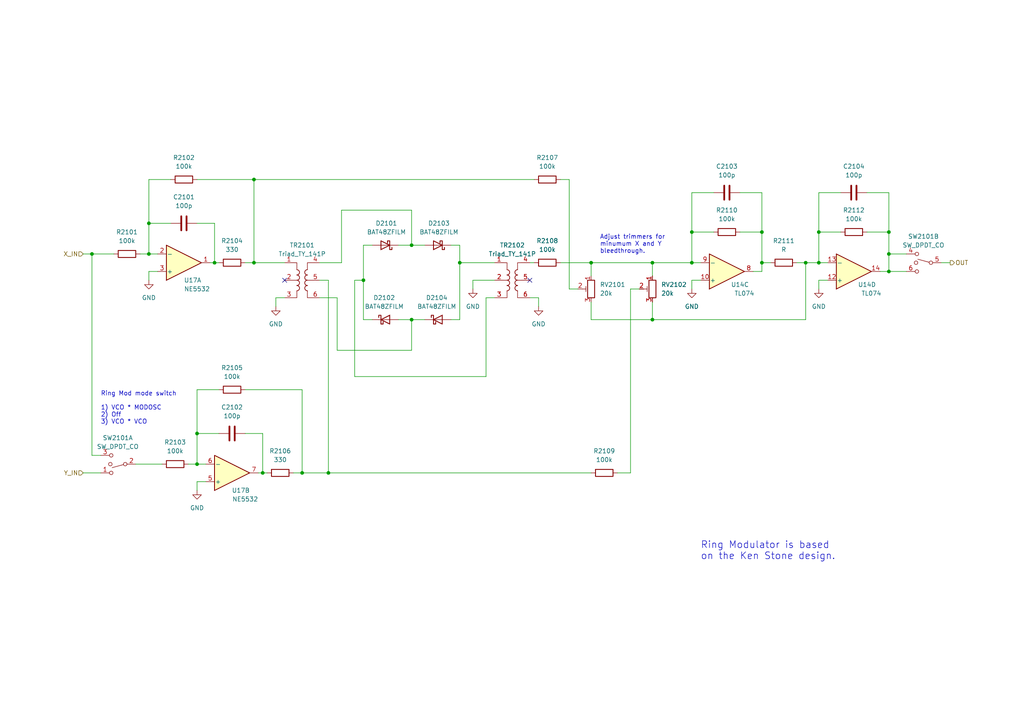
<source format=kicad_sch>
(kicad_sch (version 20211123) (generator eeschema)
  (paper "A4")
  (title_block (title "Josh Ox Ribon Synth Main VCO board") (date "2022-06-18") (rev "0") (comment 2 "creativecommons.org/licences/by/4.0") (comment 3 "license: CC by 4.0") (comment 4 "Author: Jordan Acete"))
  (lib_symbols
    (symbol "Amplifier_Operational:NE5532" (pin_names (offset 0.127))
      (property "Reference" "U" (at 0 5.08 0))
      (property "Value" "NE5532" (at 0 -5.08 0))
      (symbol "NE5532_1_1"
        (polyline (pts (xy -5.08 5.08) (xy 5.08 0) (xy -5.08 -5.08) (xy -5.08 5.08)) (stroke (width 0.254)) (fill (type background)))
        (pin output line (at 7.62 0 180) (length 2.54) (name "~") (number "1"))
        (pin input line (at -7.62 -2.54 0) (length 2.54) (name "-") (number "2"))
        (pin input line (at -7.62 2.54 0) (length 2.54) (name "+") (number "3"))
      )
      (symbol "NE5532_2_1"
        (polyline (pts (xy -5.08 5.08) (xy 5.08 0) (xy -5.08 -5.08) (xy -5.08 5.08)) (stroke (width 0.254)) (fill (type background)))
        (pin input line (at -7.62 2.54 0) (length 2.54) (name "+") (number "5"))
        (pin input line (at -7.62 -2.54 0) (length 2.54) (name "-") (number "6"))
        (pin output line (at 7.62 0 180) (length 2.54) (name "~") (number "7"))
      )
      (symbol "NE5532_3_1"
        (pin power_in line (at -2.54 -7.62 90) (length 3.81) (name "V-") (number "4"))
        (pin power_in line (at -2.54 7.62 270) (length 3.81) (name "V+") (number "8"))
      )
    )
    (symbol "Amplifier_Operational:TL074" (pin_names (offset 0.127))
      (property "Reference" "U" (at 0 5.08 0))
      (property "Value" "TL074" (at 0 -5.08 0))
      (symbol "TL074_1_1"
        (polyline (pts (xy -5.08 5.08) (xy 5.08 0) (xy -5.08 -5.08) (xy -5.08 5.08)) (stroke (width 0.254)) (fill (type background)))
        (pin output line (at 7.62 0 180) (length 2.54) (name "~") (number "1"))
        (pin input line (at -7.62 -2.54 0) (length 2.54) (name "-") (number "2"))
        (pin input line (at -7.62 2.54 0) (length 2.54) (name "+") (number "3"))
      )
      (symbol "TL074_2_1"
        (polyline (pts (xy -5.08 5.08) (xy 5.08 0) (xy -5.08 -5.08) (xy -5.08 5.08)) (stroke (width 0.254)) (fill (type background)))
        (pin input line (at -7.62 2.54 0) (length 2.54) (name "+") (number "5"))
        (pin input line (at -7.62 -2.54 0) (length 2.54) (name "-") (number "6"))
        (pin output line (at 7.62 0 180) (length 2.54) (name "~") (number "7"))
      )
      (symbol "TL074_3_1"
        (polyline (pts (xy -5.08 5.08) (xy 5.08 0) (xy -5.08 -5.08) (xy -5.08 5.08)) (stroke (width 0.254)) (fill (type background)))
        (pin input line (at -7.62 2.54 0) (length 2.54) (name "+") (number "10"))
        (pin output line (at 7.62 0 180) (length 2.54) (name "~") (number "8"))
        (pin input line (at -7.62 -2.54 0) (length 2.54) (name "-") (number "9"))
      )
      (symbol "TL074_4_1"
        (polyline (pts (xy -5.08 5.08) (xy 5.08 0) (xy -5.08 -5.08) (xy -5.08 5.08)) (stroke (width 0.254)) (fill (type background)))
        (pin input line (at -7.62 2.54 0) (length 2.54) (name "+") (number "12"))
        (pin input line (at -7.62 -2.54 0) (length 2.54) (name "-") (number "13"))
        (pin output line (at 7.62 0 180) (length 2.54) (name "~") (number "14"))
      )
      (symbol "TL074_5_1"
        (pin power_in line (at -2.54 -7.62 90) (length 3.81) (name "V-") (number "11"))
        (pin power_in line (at -2.54 7.62 270) (length 3.81) (name "V+") (number "4"))
      )
    )
    (symbol "Device:C" (pin_numbers hide) (pin_names (offset 0.254))
      (property "Reference" "C" (at 0.635 2.54 0))
      (property "Value" "C" (at 0.635 -2.54 0))
      (symbol "C_0_1"
        (polyline (pts (xy -2.032 -0.762) (xy 2.032 -0.762)) (stroke (width 0.508)))
        (polyline (pts (xy -2.032 0.762) (xy 2.032 0.762)) (stroke (width 0.508)))
      )
      (symbol "C_1_1"
        (pin passive line (at 0 3.81 270) (length 2.794) (name "~") (number "1"))
        (pin passive line (at 0 -3.81 90) (length 2.794) (name "~") (number "2"))
      )
    )
    (symbol "Device:R" (pin_numbers hide) (pin_names (offset 0))
      (property "Reference" "R" (at 2.032 0 90))
      (property "Value" "R" (at 0 0 90))
      (symbol "R_0_1"
        (rectangle (start -1.016 -2.54) (end 1.016 2.54) (stroke (width 0.254)))
      )
      (symbol "R_1_1"
        (pin passive line (at 0 3.81 270) (length 1.27) (name "~") (number "1"))
        (pin passive line (at 0 -3.81 90) (length 1.27) (name "~") (number "2"))
      )
    )
    (symbol "Device:R_Potentiometer_Trim" (pin_names (offset 1.016) hide)
      (property "Reference" "RV" (at -4.445 0 90))
      (property "Value" "R_Potentiometer_Trim" (at -2.54 0 90))
      (symbol "R_Potentiometer_Trim_0_1"
        (polyline (pts (xy 1.524 0.762) (xy 1.524 -0.762)))
        (polyline (pts (xy 2.54 0) (xy 1.524 0)))
        (rectangle (start 1.016 2.54) (end -1.016 -2.54) (stroke (width 0.254)))
      )
      (symbol "R_Potentiometer_Trim_1_1"
        (pin passive line (at 0 3.81 270) (length 1.27) (name "1") (number "1"))
        (pin passive line (at 3.81 0 180) (length 1.27) (name "2") (number "2"))
        (pin passive line (at 0 -3.81 90) (length 1.27) (name "3") (number "3"))
      )
    )
    (symbol "Diode:BAT48ZFILM" (pin_numbers hide) (pin_names (offset 1.016) hide)
      (property "Reference" "D" (at 0 2.54 0))
      (property "Value" "BAT48ZFILM" (at 0 -2.54 0))
      (symbol "BAT48ZFILM_0_1"
        (polyline (pts (xy 1.27 0) (xy -1.27 0)))
        (polyline (pts (xy 1.27 1.27) (xy 1.27 -1.27) (xy -1.27 0) (xy 1.27 1.27)) (stroke (width 0.254)))
        (polyline (pts (xy -1.905 0.635) (xy -1.905 1.27) (xy -1.27 1.27) (xy -1.27 -1.27) (xy -0.635 -1.27) (xy -0.635 -0.635)) (stroke (width 0.254)))
      )
      (symbol "BAT48ZFILM_1_1"
        (pin passive line (at -3.81 0 0) (length 2.54) (name "K") (number "1"))
        (pin passive line (at 3.81 0 180) (length 2.54) (name "A") (number "2"))
      )
    )
    (symbol "custom_symbols:SW_DPDT_CO" (pin_names (offset 0) hide)
      (property "Reference" "SW" (at 0 5.08 0))
      (property "Value" "SW_DPDT_CO" (at 0 -5.08 0))
      (symbol "SW_DPDT_CO_0_0"
        (circle (center -2.032 0) (radius 0.508))
        (polyline (pts (xy -1.524 0.127) (xy 1.778 1.016)))
        (circle (center 2.032 -2.54) (radius 0.508))
      )
      (symbol "SW_DPDT_CO_0_1"
        (circle (center 2.032 2.54) (radius 0.508))
        (circle (center 2.286 0) (radius 0.508))
      )
      (symbol "SW_DPDT_CO_1_1"
        (pin passive line (at 5.08 2.54 180) (length 2.54) (name "1") (number "1"))
        (pin passive line (at -5.08 0 0) (length 2.54) (name "2") (number "2"))
        (pin passive line (at 5.08 -2.54 180) (length 2.54) (name "3") (number "3"))
      )
      (symbol "SW_DPDT_CO_2_1"
        (pin passive line (at 5.08 2.54 180) (length 2.54) (name "4") (number "4"))
        (pin passive line (at -5.08 0 0) (length 2.54) (name "5") (number "5"))
        (pin passive line (at 5.08 -2.54 180) (length 2.54) (name "6") (number "6"))
      )
    )
    (symbol "custom_symbols:Triad_TY_141P" (pin_names hide)
      (property "Reference" "TR?" (at 0 10.16 0))
      (property "Value" "Triad_TY_141P" (at 0 7.62 0))
      (symbol "Triad_TY_141P_0_1"
        (arc (start -1.524 -3.048) (mid -0.762 -2.286) (end -1.524 -1.524) (stroke (width 0.2032)))
        (arc (start -1.524 -1.524) (mid -0.762 -0.762) (end -1.524 0) (stroke (width 0.2032)))
        (arc (start -1.524 0) (mid -0.762 0.762) (end -1.524 1.524) (stroke (width 0.2032)))
        (arc (start -1.524 1.524) (mid -0.762 2.286) (end -1.524 3.048) (stroke (width 0.2032)))
        (polyline (pts (xy -2.54 0) (xy -1.27 0)))
        (polyline (pts (xy 2.54 0) (xy 1.27 0)) (stroke (width 0.1524)))
        (polyline (pts (xy -2.54 5.08) (xy -1.524 5.08) (xy -1.524 3.048)) (stroke (width 0.1524)))
        (polyline (pts (xy -1.524 -3.048) (xy -1.524 -5.08) (xy -2.54 -5.08)) (stroke (width 0.1524)))
        (polyline (pts (xy 1.524 3.048) (xy 1.524 5.08) (xy 2.54 5.08)) (stroke (width 0.1524)))
        (polyline (pts (xy 2.54 -5.08) (xy 1.524 -5.08) (xy 1.524 -3.048)) (stroke (width 0.1524)))
        (arc (start 1.524 -1.524) (mid 0.762 -2.286) (end 1.524 -3.048) (stroke (width 0.2032)))
        (arc (start 1.524 0) (mid 0.762 -0.762) (end 1.524 -1.524) (stroke (width 0.2032)))
        (arc (start 1.524 1.524) (mid 0.762 0.762) (end 1.524 0) (stroke (width 0.2032)))
        (arc (start 1.524 3.048) (mid 0.762 2.286) (end 1.524 1.524) (stroke (width 0.2032)))
      )
      (symbol "Triad_TY_141P_1_1"
        (pin passive line (at -5.08 5.08 0) (length 2.54) (name "~") (number "1"))
        (pin passive line (at -5.08 0 0) (length 2.54) (name "~") (number "2"))
        (pin passive line (at -5.08 -5.08 0) (length 2.54) (name "~") (number "3"))
        (pin passive line (at 5.08 5.08 180) (length 2.54) (name "~") (number "4"))
        (pin passive line (at 5.08 0 180) (length 2.54) (name "~") (number "5"))
        (pin passive line (at 5.08 -5.08 180) (length 2.54) (name "~") (number "6"))
      )
    )
    (symbol "power:GND" (power) (pin_names (offset 0))
      (property "Value" "GND" (at 0 -3.81 0))
      (symbol "GND_0_1"
        (polyline (pts (xy 0 0) (xy 0 -1.27) (xy 1.27 -1.27) (xy 0 -2.54) (xy -1.27 -1.27) (xy 0 -1.27)))
      )
      (symbol "GND_1_1"
        (pin power_in line (at 0 0 270) (length 0) hide (name "GND") (number "1"))
      )
    )
  )
  (junction (at 43.18 64.77))
  (junction (at 119.38 71.12))
  (junction (at 237.49 76.2))
  (junction (at 26.67 73.66))
  (junction (at 87.63 137.16))
  (junction (at 171.45 76.2))
  (junction (at 200.66 76.2))
  (junction (at 76.2 137.16))
  (junction (at 57.15 134.62))
  (junction (at 257.81 67.31))
  (junction (at 57.15 125.73))
  (junction (at 95.25 137.16))
  (junction (at 220.98 76.2))
  (junction (at 62.23 76.2))
  (junction (at 105.41 81.28))
  (junction (at 237.49 67.31))
  (junction (at 189.23 92.71))
  (junction (at 189.23 76.2))
  (junction (at 257.81 78.74))
  (junction (at 119.38 92.71))
  (junction (at 133.35 76.2))
  (junction (at 233.68 76.2))
  (junction (at 257.81 73.66))
  (junction (at 73.66 52.07))
  (junction (at 43.18 73.66))
  (junction (at 73.66 76.2))
  (junction (at 200.66 67.31))
  (junction (at 220.98 67.31))
  (no_connect (at 82.55 81.28))
  (no_connect (at 153.67 81.28))
  (wire (pts (xy 54.61 134.62) (xy 57.15 134.62)))
  (wire (pts (xy 220.98 67.31) (xy 220.98 55.88)))
  (wire (pts (xy 237.49 67.31) (xy 243.84 67.31)))
  (wire (pts (xy 182.88 83.82) (xy 182.88 137.16)))
  (wire (pts (xy 257.81 73.66) (xy 262.89 73.66)))
  (wire (pts (xy 189.23 92.71) (xy 189.23 87.63)))
  (wire (pts (xy 255.27 78.74) (xy 257.81 78.74)))
  (wire (pts (xy 43.18 78.74) (xy 45.72 78.74)))
  (wire (pts (xy 133.35 92.71) (xy 130.81 92.71)))
  (wire (pts (xy 165.1 52.07) (xy 162.56 52.07)))
  (wire (pts (xy 257.81 78.74) (xy 262.89 78.74)))
  (wire (pts (xy 97.79 86.36) (xy 92.71 86.36)))
  (wire (pts (xy 171.45 76.2) (xy 189.23 76.2)))
  (wire (pts (xy 240.03 76.2) (xy 237.49 76.2)))
  (wire (pts (xy 133.35 76.2) (xy 133.35 92.71)))
  (wire (pts (xy 119.38 71.12) (xy 119.38 60.96)))
  (wire (pts (xy 220.98 76.2) (xy 223.52 76.2)))
  (wire (pts (xy 76.2 137.16) (xy 77.47 137.16)))
  (wire (pts (xy 119.38 60.96) (xy 99.06 60.96)))
  (wire (pts (xy 257.81 73.66) (xy 257.81 67.31)))
  (wire (pts (xy 119.38 101.6) (xy 97.79 101.6)))
  (wire (pts (xy 165.1 83.82) (xy 165.1 52.07)))
  (wire (pts (xy 105.41 81.28) (xy 105.41 92.71)))
  (wire (pts (xy 105.41 71.12) (xy 105.41 81.28)))
  (wire (pts (xy 251.46 67.31) (xy 257.81 67.31)))
  (wire (pts (xy 153.67 76.2) (xy 154.94 76.2)))
  (wire (pts (xy 99.06 60.96) (xy 99.06 76.2)))
  (wire (pts (xy 257.81 67.31) (xy 257.81 55.88)))
  (wire (pts (xy 95.25 137.16) (xy 171.45 137.16)))
  (wire (pts (xy 200.66 81.28) (xy 203.2 81.28)))
  (wire (pts (xy 231.14 76.2) (xy 233.68 76.2)))
  (wire (pts (xy 162.56 76.2) (xy 171.45 76.2)))
  (wire (pts (xy 119.38 71.12) (xy 123.19 71.12)))
  (wire (pts (xy 74.93 137.16) (xy 76.2 137.16)))
  (wire (pts (xy 92.71 81.28) (xy 95.25 81.28)))
  (wire (pts (xy 189.23 92.71) (xy 233.68 92.71)))
  (wire (pts (xy 140.97 109.22) (xy 140.97 86.36)))
  (wire (pts (xy 45.72 73.66) (xy 43.18 73.66)))
  (wire (pts (xy 43.18 64.77) (xy 49.53 64.77)))
  (wire (pts (xy 57.15 113.03) (xy 63.5 113.03)))
  (wire (pts (xy 115.57 71.12) (xy 119.38 71.12)))
  (wire (pts (xy 43.18 64.77) (xy 43.18 52.07)))
  (wire (pts (xy 133.35 76.2) (xy 143.51 76.2)))
  (wire (pts (xy 171.45 87.63) (xy 171.45 92.71)))
  (wire (pts (xy 137.16 81.28) (xy 143.51 81.28)))
  (wire (pts (xy 185.42 83.82) (xy 182.88 83.82)))
  (wire (pts (xy 200.66 67.31) (xy 200.66 55.88)))
  (wire (pts (xy 233.68 92.71) (xy 233.68 76.2)))
  (wire (pts (xy 200.66 83.82) (xy 200.66 81.28)))
  (wire (pts (xy 237.49 76.2) (xy 237.49 67.31)))
  (wire (pts (xy 71.12 113.03) (xy 87.63 113.03)))
  (wire (pts (xy 220.98 76.2) (xy 220.98 67.31)))
  (wire (pts (xy 105.41 92.71) (xy 107.95 92.71)))
  (wire (pts (xy 119.38 92.71) (xy 123.19 92.71)))
  (wire (pts (xy 59.69 134.62) (xy 57.15 134.62)))
  (wire (pts (xy 24.13 137.16) (xy 29.21 137.16)))
  (wire (pts (xy 57.15 125.73) (xy 63.5 125.73)))
  (wire (pts (xy 203.2 76.2) (xy 200.66 76.2)))
  (wire (pts (xy 76.2 125.73) (xy 71.12 125.73)))
  (wire (pts (xy 57.15 52.07) (xy 73.66 52.07)))
  (wire (pts (xy 39.37 134.62) (xy 46.99 134.62)))
  (wire (pts (xy 237.49 81.28) (xy 240.03 81.28)))
  (wire (pts (xy 119.38 92.71) (xy 119.38 101.6)))
  (wire (pts (xy 189.23 76.2) (xy 189.23 80.01)))
  (wire (pts (xy 60.96 76.2) (xy 62.23 76.2)))
  (wire (pts (xy 102.87 81.28) (xy 102.87 109.22)))
  (wire (pts (xy 200.66 67.31) (xy 207.01 67.31)))
  (wire (pts (xy 76.2 137.16) (xy 76.2 125.73)))
  (wire (pts (xy 43.18 73.66) (xy 43.18 64.77)))
  (wire (pts (xy 218.44 78.74) (xy 220.98 78.74)))
  (wire (pts (xy 115.57 92.71) (xy 119.38 92.71)))
  (wire (pts (xy 237.49 83.82) (xy 237.49 81.28)))
  (wire (pts (xy 95.25 81.28) (xy 95.25 137.16)))
  (wire (pts (xy 97.79 101.6) (xy 97.79 86.36)))
  (wire (pts (xy 156.21 88.9) (xy 156.21 86.36)))
  (wire (pts (xy 200.66 76.2) (xy 200.66 67.31)))
  (wire (pts (xy 273.05 76.2) (xy 275.59 76.2)))
  (wire (pts (xy 107.95 71.12) (xy 105.41 71.12)))
  (wire (pts (xy 73.66 52.07) (xy 154.94 52.07)))
  (wire (pts (xy 156.21 86.36) (xy 153.67 86.36)))
  (wire (pts (xy 62.23 76.2) (xy 63.5 76.2)))
  (wire (pts (xy 200.66 55.88) (xy 207.01 55.88)))
  (wire (pts (xy 133.35 71.12) (xy 133.35 76.2)))
  (wire (pts (xy 171.45 92.71) (xy 189.23 92.71)))
  (wire (pts (xy 257.81 55.88) (xy 251.46 55.88)))
  (wire (pts (xy 237.49 67.31) (xy 237.49 55.88)))
  (wire (pts (xy 26.67 73.66) (xy 26.67 132.08)))
  (wire (pts (xy 80.01 88.9) (xy 80.01 86.36)))
  (wire (pts (xy 57.15 125.73) (xy 57.15 113.03)))
  (wire (pts (xy 182.88 137.16) (xy 179.07 137.16)))
  (wire (pts (xy 237.49 55.88) (xy 243.84 55.88)))
  (wire (pts (xy 40.64 73.66) (xy 43.18 73.66)))
  (wire (pts (xy 137.16 83.82) (xy 137.16 81.28)))
  (wire (pts (xy 80.01 86.36) (xy 82.55 86.36)))
  (wire (pts (xy 171.45 76.2) (xy 171.45 80.01)))
  (wire (pts (xy 257.81 78.74) (xy 257.81 73.66)))
  (wire (pts (xy 87.63 137.16) (xy 95.25 137.16)))
  (wire (pts (xy 57.15 142.24) (xy 57.15 139.7)))
  (wire (pts (xy 220.98 55.88) (xy 214.63 55.88)))
  (wire (pts (xy 62.23 76.2) (xy 62.23 64.77)))
  (wire (pts (xy 26.67 132.08) (xy 29.21 132.08)))
  (wire (pts (xy 167.64 83.82) (xy 165.1 83.82)))
  (wire (pts (xy 220.98 78.74) (xy 220.98 76.2)))
  (wire (pts (xy 214.63 67.31) (xy 220.98 67.31)))
  (wire (pts (xy 24.13 73.66) (xy 26.67 73.66)))
  (wire (pts (xy 233.68 76.2) (xy 237.49 76.2)))
  (wire (pts (xy 73.66 52.07) (xy 73.66 76.2)))
  (wire (pts (xy 26.67 73.66) (xy 33.02 73.66)))
  (wire (pts (xy 99.06 76.2) (xy 92.71 76.2)))
  (wire (pts (xy 87.63 137.16) (xy 87.63 113.03)))
  (wire (pts (xy 57.15 139.7) (xy 59.69 139.7)))
  (wire (pts (xy 102.87 109.22) (xy 140.97 109.22)))
  (wire (pts (xy 43.18 52.07) (xy 49.53 52.07)))
  (wire (pts (xy 43.18 81.28) (xy 43.18 78.74)))
  (wire (pts (xy 73.66 76.2) (xy 82.55 76.2)))
  (wire (pts (xy 130.81 71.12) (xy 133.35 71.12)))
  (wire (pts (xy 57.15 134.62) (xy 57.15 125.73)))
  (wire (pts (xy 71.12 76.2) (xy 73.66 76.2)))
  (wire (pts (xy 85.09 137.16) (xy 87.63 137.16)))
  (wire (pts (xy 189.23 76.2) (xy 200.66 76.2)))
  (wire (pts (xy 62.23 64.77) (xy 57.15 64.77)))
  (wire (pts (xy 140.97 86.36) (xy 143.51 86.36)))
  (wire (pts (xy 102.87 81.28) (xy 105.41 81.28)))
  (text "Ring Mod mode switch\n\n1) VCO * MODOSC\n2) Off\n3) VCO * VCO" (at 29.21 123.19 0) (effects (font (size 1.27 1.27)) (justify left bottom)))
  (text "Ring Modulator is based\non the Ken Stone design." (at 203.2 162.56 0) (effects (font (size 2 2)) (justify left bottom)))
  (text "Adjust trimmers for\nminumum X and Y \nbleedthrough.\n" (at 173.99 73.66 0) (effects (font (size 1.27 1.27)) (justify left bottom)))
  (hierarchical_label "Y_IN" (shape input) (at 24.13 137.16 180))
  (hierarchical_label "OUT" (shape output) (at 275.59 76.2 0))
  (hierarchical_label "X_IN" (shape input) (at 24.13 73.66 180))
  (symbol (lib_id "power:GND") (at 137.16 83.82 0) (unit 1)
    (property "Reference" "#PWR02104" (effects hide))
    (property "Value" "GND" (at 137.16 88.9 0))
  )
  (symbol (lib_id "Diode:BAT48ZFILM") (at 111.76 71.12 180) (unit 1)
    (property "Reference" "D2101" (at 112.0775 64.77 0))
    (property "Value" "BAT48ZFILM" (at 112.0775 67.31 0))
    (property "Footprint" "Diode_SMD:D_SOD-123" (effects hide))
    (property "Datasheet" "www.st.com/resource/en/datasheet/bat48.pdf" (effects hide))
  )
  (symbol (lib_id "power:GND") (at 57.15 142.24 0) (unit 1)
    (property "Reference" "#PWR02102" (effects hide))
    (property "Value" "GND" (at 57.15 147.32 0))
  )
  (symbol (lib_id "Device:R") (at 67.31 76.2 90) (unit 1)
    (property "Reference" "R2104" (at 67.31 69.85 90))
    (property "Value" "330" (at 67.31 72.39 90))
    (property "Footprint" "Resistor_SMD:R_0805_2012Metric" (effects hide))
  )
  (symbol (lib_id "power:GND") (at 156.21 88.9 0) (mirror y) (unit 1)
    (property "Reference" "#PWR02105" (effects hide))
    (property "Value" "GND" (at 156.21 93.98 0))
  )
  (symbol (lib_id "Device:R") (at 158.75 52.07 90) (unit 1)
    (property "Reference" "R2107" (at 158.75 45.72 90))
    (property "Value" "100k" (at 158.75 48.26 90))
    (property "Footprint" "Resistor_SMD:R_0805_2012Metric" (effects hide))
  )
  (symbol (lib_id "Device:R") (at 81.28 137.16 90) (unit 1)
    (property "Reference" "R2106" (at 81.28 130.81 90))
    (property "Value" "330" (at 81.28 133.35 90))
    (property "Footprint" "Resistor_SMD:R_0805_2012Metric" (effects hide))
  )
  (symbol (lib_id "Device:C") (at 247.65 55.88 90) (unit 1)
    (property "Reference" "C2104" (at 247.65 48.26 90))
    (property "Value" "100p" (at 247.65 50.8 90))
    (property "Footprint" "Capacitor_SMD:C_0805_2012Metric" (effects hide))
  )
  (symbol (lib_id "Device:C") (at 67.31 125.73 90) (unit 1)
    (property "Reference" "C2102" (at 67.31 118.11 90))
    (property "Value" "100p" (at 67.31 120.65 90))
    (property "Footprint" "Capacitor_SMD:C_0805_2012Metric" (effects hide))
  )
  (symbol (lib_id "Device:C") (at 53.34 64.77 90) (unit 1)
    (property "Reference" "C2101" (at 53.34 57.15 90))
    (property "Value" "100p" (at 53.34 59.69 90))
    (property "Footprint" "Capacitor_SMD:C_0805_2012Metric" (effects hide))
  )
  (symbol (lib_id "Device:R") (at 67.31 113.03 90) (unit 1)
    (property "Reference" "R2105" (at 67.31 106.68 90))
    (property "Value" "100k" (at 67.31 109.22 90))
    (property "Footprint" "Resistor_SMD:R_0805_2012Metric" (effects hide))
  )
  (symbol (lib_id "Amplifier_Operational:NE5532") (at 53.34 76.2 0) (mirror x) (unit 1)
    (property "Reference" "U17" (at 55.88 81.28 0))
    (property "Value" "NE5532" (at 57.15 83.82 0))
    (property "Footprint" "Package_SO:SOIC-8_3.9x4.9mm_P1.27mm" (effects hide))
    (property "Datasheet" "http://www.ti.com/lit/ds/symlink/ne5532.pdf" (effects hide))
  )
  (symbol (lib_id "Diode:BAT48ZFILM") (at 127 92.71 0) (unit 1)
    (property "Reference" "D2104" (at 126.6825 86.36 0))
    (property "Value" "BAT48ZFILM" (at 126.6825 88.9 0))
    (property "Footprint" "Diode_SMD:D_SOD-123" (effects hide))
    (property "Datasheet" "www.st.com/resource/en/datasheet/bat48.pdf" (effects hide))
  )
  (symbol (lib_id "power:GND") (at 80.01 88.9 0) (unit 1)
    (property "Reference" "#PWR02103" (effects hide))
    (property "Value" "GND" (at 80.01 93.98 0))
  )
  (symbol (lib_id "power:GND") (at 200.66 83.82 0) (unit 1)
    (property "Reference" "#PWR02106" (effects hide))
    (property "Value" "GND" (at 200.66 88.9 0))
  )
  (symbol (lib_id "power:GND") (at 237.49 83.82 0) (unit 1)
    (property "Reference" "#PWR02107" (effects hide))
    (property "Value" "GND" (at 237.49 88.9 0))
  )
  (symbol (lib_id "Device:R_Potentiometer_Trim") (at 171.45 83.82 0) (mirror y) (unit 1)
    (property "Reference" "RV2101" (at 173.99 82.5499 0) (effects (justify right)))
    (property "Value" "20k" (at 173.99 85.0899 0) (effects (justify right)))
    (property "Footprint" "Potentiometer_THT:Potentiometer_Bourns_3296W_Vertical" (effects hide))
  )
  (symbol (lib_id "custom_symbols:SW_DPDT_CO") (at 34.29 134.62 180) (unit 1)
    (property "Reference" "SW2101" (at 34.163 127 0))
    (property "Value" "SW_DPDT_CO" (at 34.163 129.54 0))
    (property "Footprint" "custom_footprints:DPDT_mini_toggle" (effects hide))
  )
  (symbol (lib_id "Diode:BAT48ZFILM") (at 111.76 92.71 0) (unit 1)
    (property "Reference" "D2102" (at 111.4425 86.36 0))
    (property "Value" "BAT48ZFILM" (at 111.4425 88.9 0))
    (property "Footprint" "Diode_SMD:D_SOD-123" (effects hide))
    (property "Datasheet" "www.st.com/resource/en/datasheet/bat48.pdf" (effects hide))
  )
  (symbol (lib_id "Amplifier_Operational:TL074") (at 247.65 78.74 0) (mirror x) (unit 4)
    (property "Reference" "U14" (at 251.46 82.55 0))
    (property "Value" "TL074" (at 252.73 85.09 0))
    (property "Footprint" "Package_SO:SOIC-14_3.9x8.7mm_P1.27mm" (effects hide))
    (property "Datasheet" "http://www.ti.com/lit/ds/symlink/tl071.pdf" (effects hide))
  )
  (symbol (lib_id "Device:R") (at 36.83 73.66 90) (unit 1)
    (property "Reference" "R2101" (at 36.83 67.31 90))
    (property "Value" "100k" (at 36.83 69.85 90))
    (property "Footprint" "Resistor_SMD:R_0805_2012Metric" (effects hide))
  )
  (symbol (lib_id "custom_symbols:Triad_TY_141P") (at 87.63 81.28 0) (unit 1)
    (property "Reference" "TR2101" (at 87.63 71.12 0))
    (property "Value" "Triad_TY_141P" (at 87.63 73.66 0))
    (property "Footprint" "custom_footprints:Triad_TY-141P" (effects hide))
    (property "Datasheet" "https://catalog.triadmagnetics.com/Asset/TY-141P.pdf" (effects hide))
  )
  (symbol (lib_id "Device:R") (at 53.34 52.07 90) (unit 1)
    (property "Reference" "R2102" (at 53.34 45.72 90))
    (property "Value" "100k" (at 53.34 48.26 90))
    (property "Footprint" "Resistor_SMD:R_0805_2012Metric" (effects hide))
  )
  (symbol (lib_id "Diode:BAT48ZFILM") (at 127 71.12 180) (unit 1)
    (property "Reference" "D2103" (at 127.3175 64.77 0))
    (property "Value" "BAT48ZFILM" (at 127.3175 67.31 0))
    (property "Footprint" "Diode_SMD:D_SOD-123" (effects hide))
    (property "Datasheet" "www.st.com/resource/en/datasheet/bat48.pdf" (effects hide))
  )
  (symbol (lib_id "Device:C") (at 210.82 55.88 90) (unit 1)
    (property "Reference" "C2103" (at 210.82 48.26 90))
    (property "Value" "100p" (at 210.82 50.8 90))
    (property "Footprint" "Capacitor_SMD:C_0805_2012Metric" (effects hide))
  )
  (symbol (lib_id "Device:R") (at 158.75 76.2 90) (unit 1)
    (property "Reference" "R2108" (at 158.75 69.85 90))
    (property "Value" "100k" (at 158.75 72.39 90))
    (property "Footprint" "Resistor_SMD:R_0805_2012Metric" (effects hide))
  )
  (symbol (lib_id "Device:R") (at 175.26 137.16 90) (unit 1)
    (property "Reference" "R2109" (at 175.26 130.81 90))
    (property "Value" "100k" (at 175.26 133.35 90))
    (property "Footprint" "Resistor_SMD:R_0805_2012Metric" (effects hide))
  )
  (symbol (lib_id "Amplifier_Operational:TL074") (at 210.82 78.74 0) (mirror x) (unit 3)
    (property "Reference" "U14" (at 214.63 82.55 0))
    (property "Value" "TL074" (at 215.9 85.09 0))
    (property "Footprint" "Package_SO:SOIC-14_3.9x8.7mm_P1.27mm" (effects hide))
    (property "Datasheet" "http://www.ti.com/lit/ds/symlink/tl071.pdf" (effects hide))
  )
  (symbol (lib_id "power:GND") (at 43.18 81.28 0) (unit 1)
    (property "Reference" "#PWR02101" (effects hide))
    (property "Value" "GND" (at 43.18 86.36 0))
  )
  (symbol (lib_id "Device:R") (at 50.8 134.62 90) (unit 1)
    (property "Reference" "R2103" (at 50.8 128.27 90))
    (property "Value" "100k" (at 50.8 130.81 90))
    (property "Footprint" "Resistor_SMD:R_0805_2012Metric" (effects hide))
  )
  (symbol (lib_id "Amplifier_Operational:NE5532") (at 67.31 137.16 0) (mirror x) (unit 2)
    (property "Reference" "U17" (at 69.85 142.24 0))
    (property "Value" "NE5532" (at 71.12 144.78 0))
    (property "Footprint" "Package_SO:SOIC-8_3.9x4.9mm_P1.27mm" (effects hide))
    (property "Datasheet" "http://www.ti.com/lit/ds/symlink/ne5532.pdf" (effects hide))
  )
  (symbol (lib_id "custom_symbols:Triad_TY_141P") (at 148.59 81.28 0) (unit 1)
    (property "Reference" "TR2102" (at 148.59 71.12 0))
    (property "Value" "Triad_TY_141P" (at 148.59 73.66 0))
    (property "Footprint" "custom_footprints:Triad_TY-141P" (effects hide))
    (property "Datasheet" "https://catalog.triadmagnetics.com/Asset/TY-141P.pdf" (effects hide))
  )
  (symbol (lib_id "Device:R") (at 247.65 67.31 90) (unit 1)
    (property "Reference" "R2112" (at 247.65 60.96 90))
    (property "Value" "100k" (at 247.65 63.5 90))
    (property "Footprint" "Resistor_SMD:R_0805_2012Metric" (effects hide))
  )
  (symbol (lib_id "Device:R_Potentiometer_Trim") (at 189.23 83.82 0) (mirror y) (unit 1)
    (property "Reference" "RV2102" (at 191.77 82.5499 0) (effects (justify right)))
    (property "Value" "20k" (at 191.77 85.0899 0) (effects (justify right)))
    (property "Footprint" "Potentiometer_THT:Potentiometer_Bourns_3296W_Vertical" (effects hide))
  )
  (symbol (lib_id "Device:R") (at 227.33 76.2 90) (unit 1)
    (property "Reference" "R2111" (at 227.33 69.85 90))
    (property "Value" "R" (at 227.33 72.39 90))
    (property "Footprint" "Resistor_SMD:R_0805_2012Metric" (effects hide))
  )
  (symbol (lib_id "Device:R") (at 210.82 67.31 90) (unit 1)
    (property "Reference" "R2110" (at 210.82 60.96 90))
    (property "Value" "100k" (at 210.82 63.5 90))
    (property "Footprint" "Resistor_SMD:R_0805_2012Metric" (effects hide))
  )
  (symbol (lib_id "custom_symbols:SW_DPDT_CO") (at 267.97 76.2 0) (mirror y) (unit 2)
    (property "Reference" "SW2101" (at 267.843 68.58 0))
    (property "Value" "SW_DPDT_CO" (at 267.843 71.12 0))
    (property "Footprint" "custom_footprints:DPDT_mini_toggle" (effects hide))
  )
)
</source>
